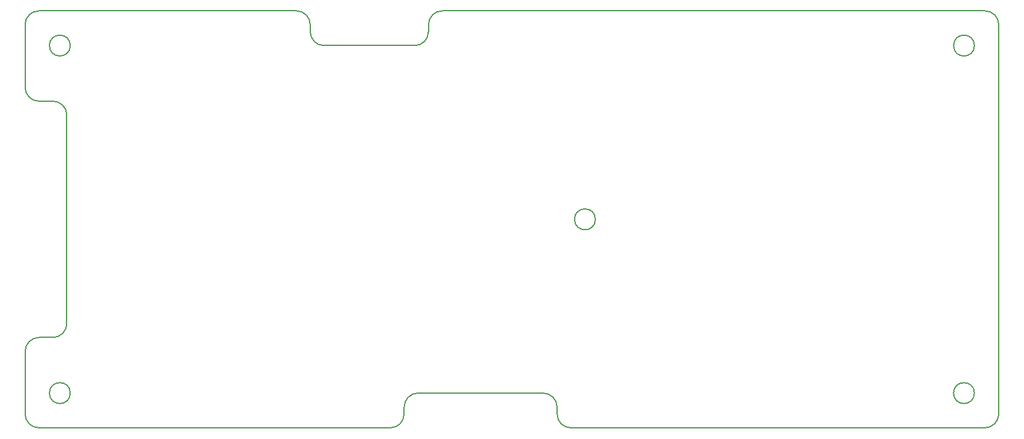
<source format=gbr>
%TF.GenerationSoftware,KiCad,Pcbnew,(6.0.10-0)*%
%TF.CreationDate,2022-12-27T02:05:38+01:00*%
%TF.ProjectId,BMS_PDB,424d535f-5044-4422-9e6b-696361645f70,rev?*%
%TF.SameCoordinates,Original*%
%TF.FileFunction,Profile,NP*%
%FSLAX46Y46*%
G04 Gerber Fmt 4.6, Leading zero omitted, Abs format (unit mm)*
G04 Created by KiCad (PCBNEW (6.0.10-0)) date 2022-12-27 02:05:38*
%MOMM*%
%LPD*%
G01*
G04 APERTURE LIST*
%TA.AperFunction,Profile*%
%ADD10C,0.200000*%
%TD*%
G04 APERTURE END LIST*
D10*
X220808930Y-128534214D02*
X220808930Y-72534214D01*
X119808930Y-70534214D02*
X82808930Y-70534214D01*
X133308930Y-130534230D02*
G75*
G03*
X135308930Y-128534214I-30J2000030D01*
G01*
X157308886Y-127534214D02*
G75*
G03*
X155308930Y-125534214I-1999986J14D01*
G01*
X137308930Y-125534230D02*
G75*
G03*
X135308930Y-127534214I-30J-1999970D01*
G01*
X140808930Y-70534230D02*
G75*
G03*
X138808930Y-72534214I-30J-1999970D01*
G01*
X82808930Y-117534230D02*
G75*
G03*
X80808930Y-119534214I-30J-1999970D01*
G01*
X157308886Y-128534214D02*
G75*
G03*
X159308930Y-130534214I2000014J14D01*
G01*
X82808930Y-130534214D02*
X133308930Y-130534214D01*
X84808930Y-117534214D02*
X82808930Y-117534214D01*
X138808930Y-72534214D02*
X138808930Y-73534214D01*
X135308930Y-128534214D02*
X135308930Y-127534214D01*
X121808930Y-73534214D02*
X121808930Y-72534214D01*
X87308930Y-125534214D02*
G75*
G03*
X87308930Y-125534214I-1500000J0D01*
G01*
X80808886Y-81534214D02*
G75*
G03*
X82808930Y-83534214I2000014J14D01*
G01*
X157308930Y-127534214D02*
X157308930Y-128534214D01*
X217308930Y-125534214D02*
G75*
G03*
X217308930Y-125534214I-1500000J0D01*
G01*
X80808930Y-72534214D02*
X80808930Y-81534214D01*
X80808930Y-119534214D02*
X80808930Y-128534214D01*
X136808930Y-75534230D02*
G75*
G03*
X138808930Y-73534214I-30J2000030D01*
G01*
X137308930Y-125534214D02*
X155308930Y-125534214D01*
X218808930Y-130534230D02*
G75*
G03*
X220808930Y-128534214I-30J2000030D01*
G01*
X84808930Y-117534230D02*
G75*
G03*
X86808930Y-115534214I-30J2000030D01*
G01*
X80808886Y-128534214D02*
G75*
G03*
X82808930Y-130534214I2000014J14D01*
G01*
X121808886Y-73534214D02*
G75*
G03*
X123808930Y-75534214I2000014J14D01*
G01*
X82808930Y-70534230D02*
G75*
G03*
X80808930Y-72534214I-30J-1999970D01*
G01*
X82808930Y-83534214D02*
X84808930Y-83534214D01*
X217308930Y-75534214D02*
G75*
G03*
X217308930Y-75534214I-1500000J0D01*
G01*
X159308930Y-130534214D02*
X218808930Y-130534214D01*
X87308930Y-75534214D02*
G75*
G03*
X87308930Y-75534214I-1500000J0D01*
G01*
X86808930Y-85534214D02*
X86808930Y-115534214D01*
X86808886Y-85534214D02*
G75*
G03*
X84808930Y-83534214I-1999986J14D01*
G01*
X162808930Y-100534214D02*
G75*
G03*
X162808930Y-100534214I-1500000J0D01*
G01*
X220808886Y-72534214D02*
G75*
G03*
X218808930Y-70534214I-1999986J14D01*
G01*
X136808930Y-75534214D02*
X123808930Y-75534214D01*
X121808886Y-72534214D02*
G75*
G03*
X119808930Y-70534214I-1999986J14D01*
G01*
X218808930Y-70534214D02*
X140808930Y-70534214D01*
M02*

</source>
